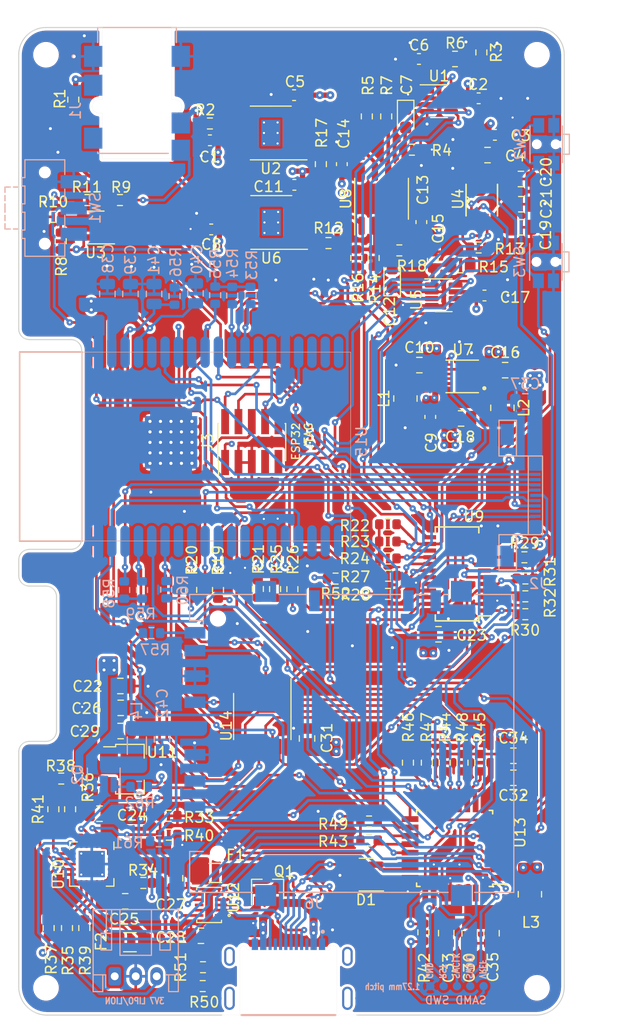
<source format=kicad_pcb>
(kicad_pcb (version 20221018) (generator pcbnew)

  (general
    (thickness 1.566672)
  )

  (paper "A4")
  (layers
    (0 "F.Cu" signal)
    (1 "In1.Cu" signal)
    (2 "In2.Cu" signal)
    (31 "B.Cu" signal)
    (32 "B.Adhes" user "B.Adhesive")
    (33 "F.Adhes" user "F.Adhesive")
    (34 "B.Paste" user)
    (35 "F.Paste" user)
    (36 "B.SilkS" user "B.Silkscreen")
    (37 "F.SilkS" user "F.Silkscreen")
    (38 "B.Mask" user)
    (39 "F.Mask" user)
    (40 "Dwgs.User" user "User.Drawings")
    (41 "Cmts.User" user "User.Comments")
    (42 "Eco1.User" user "User.Eco1")
    (43 "Eco2.User" user "User.Eco2")
    (44 "Edge.Cuts" user)
    (45 "Margin" user)
    (46 "B.CrtYd" user "B.Courtyard")
    (47 "F.CrtYd" user "F.Courtyard")
    (48 "B.Fab" user)
    (49 "F.Fab" user)
    (50 "User.1" user)
    (51 "User.2" user)
    (52 "User.3" user)
    (53 "User.4" user)
    (54 "User.5" user)
    (55 "User.6" user)
    (56 "User.7" user)
    (57 "User.8" user)
    (58 "User.9" user)
  )

  (setup
    (stackup
      (layer "F.SilkS" (type "Top Silk Screen") (color "White"))
      (layer "F.Paste" (type "Top Solder Paste"))
      (layer "F.Mask" (type "Top Solder Mask") (color "Purple") (thickness 0.0254))
      (layer "F.Cu" (type "copper") (thickness 0.04318))
      (layer "dielectric 1" (type "prepreg") (thickness 0.202184) (material "FR408-HR") (epsilon_r 3.69) (loss_tangent 0.0091))
      (layer "In1.Cu" (type "copper") (thickness 0.017272))
      (layer "dielectric 2" (type "core") (thickness 0.9906) (material "FR408-HR") (epsilon_r 3.69) (loss_tangent 0.0091))
      (layer "In2.Cu" (type "copper") (thickness 0.017272))
      (layer "dielectric 3" (type "prepreg") (thickness 0.202184) (material "FR408-HR") (epsilon_r 3.69) (loss_tangent 0.0091))
      (layer "B.Cu" (type "copper") (thickness 0.04318))
      (layer "B.Mask" (type "Bottom Solder Mask") (color "Purple") (thickness 0.0254))
      (layer "B.Paste" (type "Bottom Solder Paste"))
      (layer "B.SilkS" (type "Bottom Silk Screen") (color "White"))
      (copper_finish "ENIG")
      (dielectric_constraints no)
    )
    (pad_to_mask_clearance 0.0508)
    (aux_axis_origin 117.25 51)
    (grid_origin 117.25 51)
    (pcbplotparams
      (layerselection 0x00010fc_ffffffff)
      (plot_on_all_layers_selection 0x0000000_00000000)
      (disableapertmacros false)
      (usegerberextensions true)
      (usegerberattributes true)
      (usegerberadvancedattributes true)
      (creategerberjobfile true)
      (dashed_line_dash_ratio 12.000000)
      (dashed_line_gap_ratio 3.000000)
      (svgprecision 6)
      (plotframeref false)
      (viasonmask false)
      (mode 1)
      (useauxorigin false)
      (hpglpennumber 1)
      (hpglpenspeed 20)
      (hpglpendiameter 15.000000)
      (dxfpolygonmode true)
      (dxfimperialunits true)
      (dxfusepcbnewfont true)
      (psnegative false)
      (psa4output false)
      (plotreference true)
      (plotvalue true)
      (plotinvisibletext false)
      (sketchpadsonfab false)
      (subtractmaskfromsilk false)
      (outputformat 1)
      (mirror false)
      (drillshape 0)
      (scaleselection 1)
      (outputdirectory "gerbers2")
    )
  )

  (net 0 "")
  (net 1 "GND")
  (net 2 "/ESP_EN")
  (net 3 "BAT_LEVEL")
  (net 4 "SYS_POWER")
  (net 5 "USB.DP")
  (net 6 "USB.DN")
  (net 7 "~{3.5mm_DETECT}")
  (net 8 "/JTAG.TMS")
  (net 9 "/JTAG.TCK")
  (net 10 "/JTAG.TDO")
  (net 11 "/JTAG.TDI")
  (net 12 "/SWD.SWDIO")
  (net 13 "/SWD.SWCLK")
  (net 14 "/SWD.RESET")
  (net 15 "/Power/NTC")
  (net 16 "~{CHG_PWR_OK}")
  (net 17 "I2C.SCL")
  (net 18 "/Power/VBUS_RAW")
  (net 19 "I2C.SDA")
  (net 20 "ESP_SPI.PICO")
  (net 21 "/Peripherals/~{DISPLAY_RST}")
  (net 22 "ESP_SPI.SCLK")
  (net 23 "ESP_SPI.DISPLAY_CS")
  (net 24 "DISPLAY_LED_EN")
  (net 25 "DAC.SCK")
  (net 26 "/ESP_BOOT")
  (net 27 "~{SD_VDD_EN}")
  (net 28 "/UART.ESP.TX")
  (net 29 "ESP_SPI.POCI")
  (net 30 "DAC.DATA")
  (net 31 "DAC.BCK")
  (net 32 "ESP_SPI.SD_CS")
  (net 33 "DAC.LRCK")
  (net 34 "SAMD_SPI.POCI")
  (net 35 "/UART.ESP.RX")
  (net 36 "SAMD_SPI.CS")
  (net 37 "SAMD_SPI.PICO")
  (net 38 "/~{SAMD_INT}")
  (net 39 "SAMD_SPI.SCLK")
  (net 40 "CHG_SEL")
  (net 41 "AMP_EN")
  (net 42 "/Power/VBUS_SWITCHED")
  (net 43 "~{GPIO_INT}")
  (net 44 "USB_TCC0")
  (net 45 "USB_TCC1")
  (net 46 "KEY_LOCK")
  (net 47 "CHG_STAT1")
  (net 48 "CHG_STAT2")
  (net 49 "~{TOUCH_INT}")
  (net 50 "DISPLAY_DR")
  (net 51 "+3V3")
  (net 52 "+5VA")
  (net 53 "-5VA")
  (net 54 "KEY_VOL_UP")
  (net 55 "Net-(J7-Pin_1)")
  (net 56 "Net-(J1-Pad2)")
  (net 57 "Net-(J1-Pad3)")
  (net 58 "/Audio/TIP_SW")
  (net 59 "KEY_VOL_DOWN")
  (net 60 "Net-(J4-CD{slash}DAT3)")
  (net 61 "Net-(J4-CMD)")
  (net 62 "Net-(J4-CLK)")
  (net 63 "Net-(J4-DAT0)")
  (net 64 "Net-(J4-DAT1)")
  (net 65 "Net-(J4-DAT2)")
  (net 66 "unconnected-(J1-Pad6)")
  (net 67 "/Power/CC1")
  (net 68 "/Power/CC2")
  (net 69 "Net-(U1-A)")
  (net 70 "Net-(U1-W)")
  (net 71 "Net-(U8B-+)")
  (net 72 "Net-(U5-W)")
  (net 73 "Net-(U8A-+)")
  (net 74 "Net-(U5-A)")
  (net 75 "Net-(U4-VQ)")
  (net 76 "Net-(U4-FIL+)")
  (net 77 "Net-(U10-V_{BAT_SENSE})")
  (net 78 "~{VOL_ZCEN}")
  (net 79 "VOL_UP_~{DOWN}")
  (net 80 "~{VOL_R_CS}")
  (net 81 "~{VOL_L_CS}")
  (net 82 "Net-(U13-VDDCORE)")
  (net 83 "unconnected-(J3-UART_TX-Pad7)")
  (net 84 "unconnected-(J3-UART_RX-Pad9)")
  (net 85 "unconnected-(J3-nRst-Pad10)")
  (net 86 "unconnected-(J6-SBU1-PadA8)")
  (net 87 "unconnected-(J6-SBU2-PadB8)")
  (net 88 "Net-(#FLG0202-pwr)")
  (net 89 "Net-(U7-SWN)")
  (net 90 "Net-(U7-SWP)")
  (net 91 "Net-(Q2-D)")
  (net 92 "Net-(Q1-G)")
  (net 93 "Net-(U6-OUT)")
  (net 94 "Net-(U2-OUT)")
  (net 95 "Net-(U4-AOUTL)")
  (net 96 "Net-(U8B--)")
  (net 97 "Net-(U3--)")
  (net 98 "Net-(U3-+)")
  (net 99 "Net-(U6-BW)")
  (net 100 "Net-(U4-AOUTR)")
  (net 101 "Net-(U8A--)")
  (net 102 "Net-(U2-BW)")
  (net 103 "Net-(U14E-~{OE})")
  (net 104 "Net-(U14E-S)")
  (net 105 "Net-(U10-VPCC)")
  (net 106 "Net-(U10-CE)")
  (net 107 "Net-(U10-PROG3)")
  (net 108 "Net-(U10-PROG2)")
  (net 109 "Net-(U10-PROG1)")
  (net 110 "unconnected-(SW1-A-Pad1)")
  (net 111 "unconnected-(U2-NC-Pad2)")
  (net 112 "Net-(U2-IN)")
  (net 113 "unconnected-(U2-NC-Pad5)")
  (net 114 "unconnected-(U2-NC-Pad8)")
  (net 115 "unconnected-(U6-NC-Pad2)")
  (net 116 "Net-(U6-IN)")
  (net 117 "unconnected-(U6-NC-Pad5)")
  (net 118 "unconnected-(U6-NC-Pad8)")
  (net 119 "unconnected-(U9-IO0_6-Pad10)")
  (net 120 "unconnected-(U9-IO1_6-Pad19)")
  (net 121 "unconnected-(U9-IO1_7-Pad20)")
  (net 122 "unconnected-(U12-ORIENT-Pad8)")
  (net 123 "unconnected-(U12-SWMONI-Pad9)")
  (net 124 "unconnected-(U13-SERCOM3.1-Pad22)")
  (net 125 "unconnected-(U15-I39{slash}NOINT-Pad5)")
  (net 126 "unconnected-(U15-SHD{slash}SD2-Pad17)")
  (net 127 "unconnected-(U15-SWP{slash}SD3-Pad18)")
  (net 128 "unconnected-(U15-SCS{slash}CMD-Pad19)")
  (net 129 "unconnected-(U15-SCK{slash}CLK-Pad20)")
  (net 130 "unconnected-(U15-SDO{slash}SD0-Pad21)")
  (net 131 "unconnected-(U15-SDI{slash}SD1-Pad22)")
  (net 132 "unconnected-(U15-IO16-Pad27)")
  (net 133 "unconnected-(U15-IO17-Pad28)")
  (net 134 "unconnected-(U15-NC-Pad32)")
  (net 135 "Net-(#FLG0101-pwr)")
  (net 136 "Net-(#FLG0401-pwr)")

  (footprint "Package_TO_SOT_SMD:TSOT-23" (layer "F.Cu") (at 141.2 133.6 90))

  (footprint "Fuse:Fuse_1206_3216Metric" (layer "F.Cu") (at 128.1 138.65))

  (footprint "Resistor_SMD:R_0603_1608Metric" (layer "F.Cu") (at 141.936497 104.985071 90))

  (footprint "MountingHole:MountingHole_2.2mm_M2" (layer "F.Cu") (at 166.9 143))

  (footprint "Inductor_SMD:L_1008_2520Metric" (layer "F.Cu") (at 154.359495 86.82128 90))

  (footprint "Capacitor_SMD:C_0805_2012Metric" (layer "F.Cu") (at 125.2 126.4 180))

  (footprint "Resistor_SMD:R_0603_1608Metric" (layer "F.Cu") (at 122.7 58.325 90))

  (footprint "Resistor_SMD:R_0603_1608Metric" (layer "F.Cu") (at 122.1 137.3 -90))

  (footprint "Package_DFN_QFN:QFN-20-1EP_4x4mm_P0.5mm_EP2.5x2.5mm_ThermalVias" (layer "F.Cu") (at 124.4625 131.2 -90))

  (footprint "Capacitor_SMD:C_0805_2012Metric" (layer "F.Cu") (at 127.65 134.75))

  (footprint "Capacitor_SMD:C_0603_1608Metric" (layer "F.Cu") (at 155.65 54.45 180))

  (footprint "Package_SO:SSOP-24_3.9x8.7mm_P0.635mm" (layer "F.Cu") (at 159.283585 103.539839 180))

  (footprint "Resistor_SMD:R_0603_1608Metric" (layer "F.Cu") (at 150.895998 127.14459))

  (footprint "Resistor_SMD:R_0603_1608Metric" (layer "F.Cu") (at 161.340564 72.419212 180))

  (footprint "Capacitor_SMD:C_0603_1608Metric" (layer "F.Cu") (at 156.730823 88.571527 -90))

  (footprint "Resistor_SMD:R_0603_1608Metric" (layer "F.Cu") (at 120.35 137.3 90))

  (footprint "Capacitor_SMD:C_0805_2012Metric" (layer "F.Cu") (at 165.406837 68.296512))

  (footprint "Capacitor_SMD:C_0805_2012Metric" (layer "F.Cu") (at 165.372058 65.891628))

  (footprint "Resistor_SMD:R_0603_1608Metric" (layer "F.Cu") (at 165.791164 107.382484 180))

  (footprint "Capacitor_SMD:C_0805_2012Metric" (layer "F.Cu") (at 127.188526 114.226014))

  (footprint "Resistor_SMD:R_0603_1608Metric" (layer "F.Cu") (at 135.725 60.6 180))

  (footprint "Resistor_SMD:R_0603_1608Metric" (layer "F.Cu") (at 152.683992 100.448918 180))

  (footprint "Capacitor_SMD:C_0805_2012Metric" (layer "F.Cu") (at 165.406837 70.496512))

  (footprint "Capacitor_SMD:C_0603_1608Metric" (layer "F.Cu") (at 155.88 70 90))

  (footprint "Resistor_SMD:R_0603_1608Metric" (layer "F.Cu") (at 152.689047 102.065251 180))

  (footprint "Resistor_SMD:R_0603_1608Metric" (layer "F.Cu") (at 121.55 123.05 180))

  (footprint "Capacitor_SMD:C_0603_1608Metric" (layer "F.Cu") (at 156.97 73.6 90))

  (footprint "Resistor_SMD:R_0603_1608Metric" (layer "F.Cu") (at 120.775 69.5))

  (footprint "Capacitor_SMD:C_0603_1608Metric" (layer "F.Cu") (at 135.725 62.205 180))

  (footprint "Resistor_SMD:R_0603_1608Metric" (layer "F.Cu") (at 152.707828 103.714918 180))

  (footprint "footprints:BD91N01NUX-E2" (layer "F.Cu") (at 135.6475 135.099874 180))

  (footprint "Capacitor_SMD:C_0603_1608Metric" (layer "F.Cu") (at 162.88925 61.681681))

  (footprint "Capacitor_SMD:C_0603_1608Metric" (layer "F.Cu") (at 135.85 70.7 180))

  (footprint "Resistor_SMD:R_0603_1608Metric" (layer "F.Cu") (at 123.75 137.3 -90))

  (footprint "Capacitor_SMD:C_0805_2012Metric" (layer "F.Cu") (at 158.250275 137.782994 90))

  (footprint "Resistor_SMD:R_0603_1608Metric" (layer "F.Cu") (at 120.8 125.975 -90))

  (footprint "Resistor_SMD:R_0603_1608Metric" (layer "F.Cu") (at 146.3 64.475 -90))

  (footprint "Resistor_SMD:R_0603_1608Metric" (layer "F.Cu") (at 153.78 72.7 180))

  (footprint "Resistor_SMD:R_0603_1608Metric" (layer "F.Cu") (at 127.15 67.9 180))

  (footprint "Capacitor_SMD:C_0603_1608Metric" (layer "F.Cu") (at 143.75 57.9 180))

  (footprint "Capacitor_SMD:C_0805_2012Metric" (layer "F.Cu") (at 132.4 132.55 -90))

  (footprint "Capacitor_SMD:C_0603_1608Metric" (layer "F.Cu") (at 143.775 66.45 180))

  (footprint "Package_SO:SO-8_3.9x4.9mm_P1.27mm" (layer "F.Cu")
    (tstamp 683fb17e-cd8d-4cf4-a420-14362feafdf1)
    (at 152.085 67.775 90)
    (descr "SO, 8 Pin (https://www.nxp.com/docs/en/data-sheet/PCF8523.pdf), generated with kicad-footprint-generator ipc_gullwing_generator.py")
    (tags "SO SO")
    (property "MPN" "OPA1656IDR")
    (property "Sheetfile" "audio.kicad_sch")
    (property "Sheetname" "Audio")
    (property "ki_description" "Dual operational amplifier")
    (property "ki_keywords" "dual opamp")
    (path "/aa634b70-9cb7-4291-a4a8-f65abc12d546/a93cea9a-4224-4b6c-91dc-9bc
... [4049929 chars truncated]
</source>
